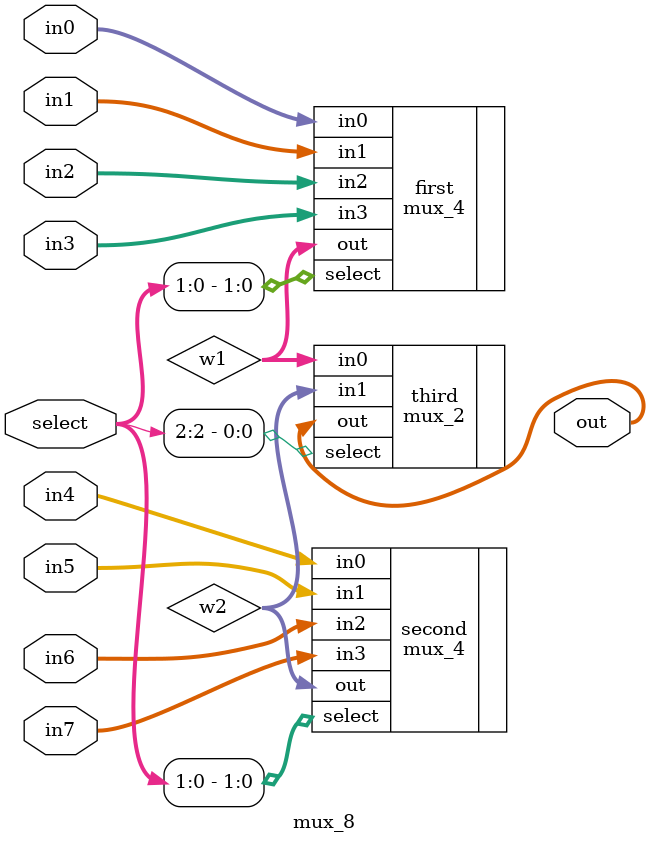
<source format=v>
module mux_8 (
    out, select, in0, in1, in2, in3, in4, in5, in6, in7
);
    input [2:0] select;
    input [31:0] in0, in1, in2, in3, in4, in5, in6, in7;
    output [31:0] out;
    wire [31:0] w1, w2;
    mux_4 first(.out(w1), .select(select[1:0]), .in0(in0), .in1(in1), .in2(in2), .in3(in3));
    mux_4 second(.out(w2), .select(select[1:0]), .in0(in4), .in1(in5), .in2(in6), .in3(in7));
    mux_2 third(.out(out), .select(select[2]), .in0(w1), .in1(w2));
endmodule
</source>
